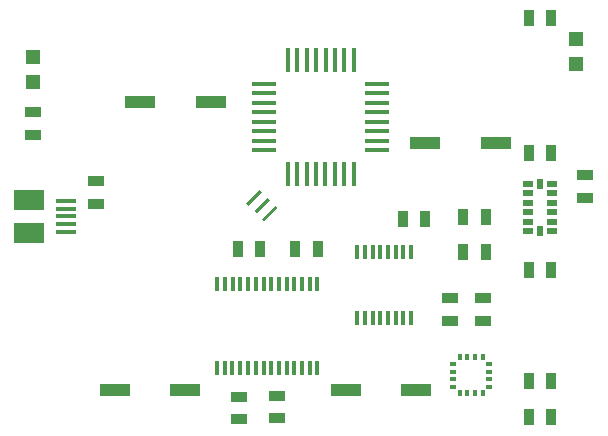
<source format=gtp>
G04 (created by PCBNEW-RS274X (2011-nov-30)-testing) date Mon 30 Jul 2012 05:59:56 PM EDT*
%MOIN*%
G04 Gerber Fmt 3.4, Leading zero omitted, Abs format*
%FSLAX34Y34*%
G01*
G70*
G90*
G04 APERTURE LIST*
%ADD10C,0.006*%
%ADD11R,0.0354X0.0236*%
%ADD12R,0.0236X0.0354*%
%ADD13R,0.0157X0.0197*%
%ADD14R,0.0197X0.0157*%
%ADD15R,0.0472X0.0472*%
%ADD16R,0.0669X0.0157*%
%ADD17R,0.0984X0.0709*%
%ADD18R,0.015X0.05*%
%ADD19R,0.0787X0.0177*%
%ADD20R,0.0177X0.0787*%
%ADD21R,0.016X0.05*%
%ADD22R,0.035X0.055*%
%ADD23R,0.055X0.035*%
%ADD24R,0.0984X0.0393*%
G04 APERTURE END LIST*
G54D10*
G54D11*
X17306Y8587D03*
X17306Y8272D03*
X17306Y7957D03*
X17306Y7643D03*
X17306Y7328D03*
X17306Y7013D03*
G54D12*
X17700Y7013D03*
G54D11*
X18094Y7013D03*
X18094Y7328D03*
X18094Y7643D03*
X18094Y7957D03*
X18094Y8272D03*
X18094Y8587D03*
G54D12*
X17700Y8587D03*
G54D13*
X15016Y1600D03*
X15272Y1600D03*
X15528Y1600D03*
X15784Y1600D03*
G54D14*
X16000Y1816D03*
X16000Y2072D03*
X16000Y2328D03*
X16000Y2584D03*
G54D13*
X15784Y2800D03*
X15528Y2800D03*
X15272Y2800D03*
X15016Y2800D03*
G54D14*
X14800Y2584D03*
X14800Y2328D03*
X14800Y2072D03*
X14800Y1816D03*
G54D15*
X800Y11987D03*
X800Y12813D03*
G54D16*
X1893Y7500D03*
X1893Y7756D03*
X1893Y6988D03*
X1893Y7244D03*
G54D17*
X672Y8051D03*
X672Y6949D03*
G54D16*
X1893Y8012D03*
G54D15*
X18900Y13413D03*
X18900Y12587D03*
G54D10*
G36*
X8694Y8041D02*
X8249Y7596D01*
X8166Y7679D01*
X8611Y8124D01*
X8694Y8041D01*
X8694Y8041D01*
G37*
G36*
X8958Y7777D02*
X8513Y7332D01*
X8430Y7415D01*
X8875Y7860D01*
X8958Y7777D01*
X8958Y7777D01*
G37*
G36*
X8430Y8305D02*
X7985Y7860D01*
X7902Y7943D01*
X8347Y8388D01*
X8430Y8305D01*
X8430Y8305D01*
G37*
G54D18*
X11604Y4098D03*
X11860Y4098D03*
X12116Y4098D03*
X12372Y4098D03*
X12628Y4098D03*
X12884Y4098D03*
X13140Y4098D03*
X13396Y4098D03*
X13396Y6302D03*
X13140Y6302D03*
X12884Y6302D03*
X12628Y6302D03*
X12372Y6302D03*
X12116Y6302D03*
X11860Y6302D03*
X11604Y6302D03*
G54D19*
X8504Y9707D03*
X8504Y10022D03*
X8504Y10337D03*
X8504Y10652D03*
X8504Y10967D03*
X8504Y11282D03*
X8504Y11597D03*
X8504Y11912D03*
X12270Y11910D03*
X12270Y9700D03*
X12270Y10020D03*
X12270Y10340D03*
X12270Y10650D03*
X12270Y10970D03*
X12270Y11280D03*
X12270Y11600D03*
G54D20*
X9288Y12700D03*
X9602Y12700D03*
X9918Y12700D03*
X10232Y12700D03*
X10548Y12700D03*
X10862Y12700D03*
X11178Y12700D03*
X11492Y12700D03*
X9290Y8920D03*
X9600Y8920D03*
X9920Y8920D03*
X10230Y8920D03*
X10540Y8920D03*
X10860Y8920D03*
X11180Y8920D03*
X11500Y8920D03*
G54D21*
X10272Y5248D03*
X10022Y5248D03*
X9762Y5248D03*
X9502Y5248D03*
X9252Y5248D03*
X8992Y5248D03*
X8732Y5248D03*
X8482Y5248D03*
X8222Y5248D03*
X7972Y5248D03*
X7712Y5248D03*
X7452Y5248D03*
X7202Y5248D03*
X6942Y5248D03*
X6942Y2448D03*
X7202Y2448D03*
X7442Y2448D03*
X7712Y2448D03*
X7972Y2448D03*
X8222Y2448D03*
X8482Y2448D03*
X8732Y2448D03*
X8992Y2448D03*
X9252Y2448D03*
X9502Y2448D03*
X9762Y2448D03*
X10022Y2448D03*
X10272Y2448D03*
G54D22*
X15137Y7480D03*
X15887Y7480D03*
X18075Y800D03*
X17325Y800D03*
G54D23*
X14700Y4025D03*
X14700Y4775D03*
G54D22*
X17325Y5700D03*
X18075Y5700D03*
G54D23*
X19200Y8875D03*
X19200Y8125D03*
G54D22*
X17325Y9600D03*
X18075Y9600D03*
X13125Y7400D03*
X13875Y7400D03*
X15136Y6300D03*
X15886Y6300D03*
G54D23*
X7648Y1487D03*
X7648Y737D03*
G54D22*
X17325Y2000D03*
X18075Y2000D03*
G54D23*
X15800Y4025D03*
X15800Y4775D03*
X8937Y1517D03*
X8937Y767D03*
X2900Y7925D03*
X2900Y8675D03*
G54D22*
X9536Y6417D03*
X10286Y6417D03*
X8375Y6400D03*
X7625Y6400D03*
X18075Y14100D03*
X17325Y14100D03*
G54D24*
X16219Y9950D03*
X13860Y9950D03*
X13579Y1700D03*
X11220Y1700D03*
X5879Y1700D03*
X3520Y1700D03*
X6729Y11300D03*
X4370Y11300D03*
G54D23*
X800Y10975D03*
X800Y10225D03*
M02*

</source>
